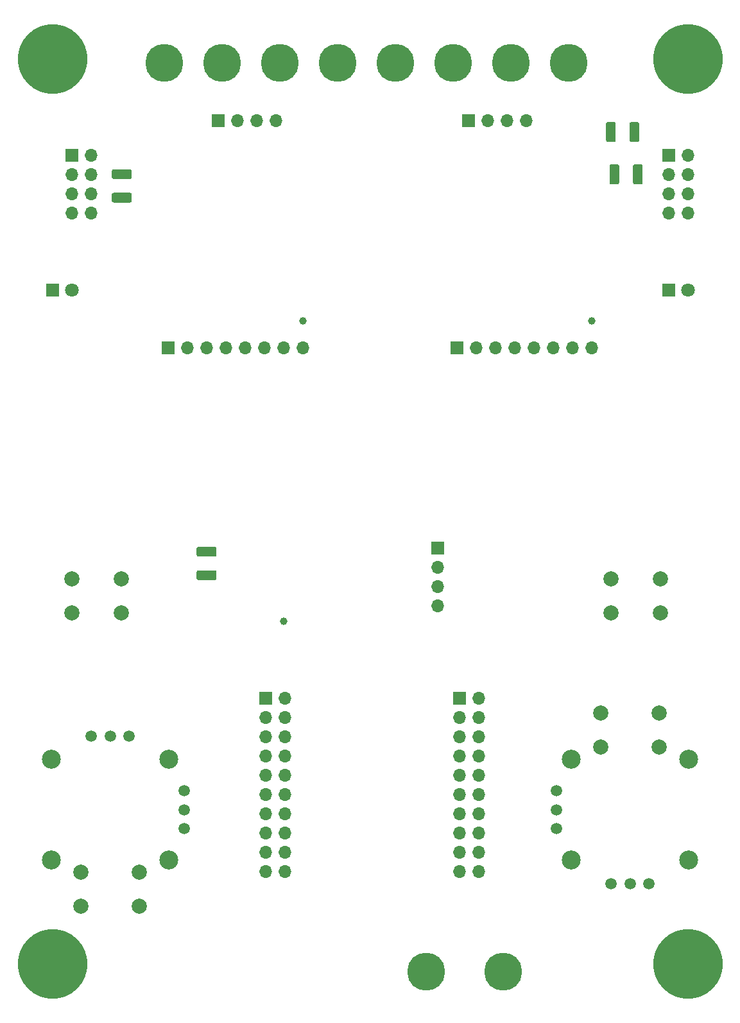
<source format=gbr>
%TF.GenerationSoftware,KiCad,Pcbnew,5.1.10*%
%TF.CreationDate,2021-06-28T20:45:46+02:00*%
%TF.ProjectId,lni-badge,6c6e692d-6261-4646-9765-2e6b69636164,rev?*%
%TF.SameCoordinates,Original*%
%TF.FileFunction,Soldermask,Top*%
%TF.FilePolarity,Negative*%
%FSLAX46Y46*%
G04 Gerber Fmt 4.6, Leading zero omitted, Abs format (unit mm)*
G04 Created by KiCad (PCBNEW 5.1.10) date 2021-06-28 20:45:46*
%MOMM*%
%LPD*%
G01*
G04 APERTURE LIST*
%ADD10C,2.500000*%
%ADD11C,1.500000*%
%ADD12C,2.000000*%
%ADD13C,1.000000*%
%ADD14O,1.700000X1.700000*%
%ADD15R,1.700000X1.700000*%
%ADD16C,5.000000*%
%ADD17C,2.900000*%
%ADD18C,9.200000*%
%ADD19C,1.800000*%
%ADD20R,1.800000X1.800000*%
G04 APERTURE END LIST*
D10*
%TO.C,U2*%
X159890000Y-122890000D03*
X175390000Y-122890000D03*
X175390000Y-136190000D03*
X159890000Y-136190000D03*
D11*
X157890000Y-129540000D03*
X157890000Y-127040000D03*
X157890000Y-132040000D03*
X167640000Y-139290000D03*
X165140000Y-139290000D03*
X170140000Y-139290000D03*
D12*
X163790000Y-121290000D03*
X171490000Y-121290000D03*
X171490000Y-116790000D03*
X163790000Y-116790000D03*
%TD*%
D10*
%TO.C,U1*%
X106810000Y-136190000D03*
X91310000Y-136190000D03*
X91310000Y-122890000D03*
X106810000Y-122890000D03*
D11*
X108810000Y-129540000D03*
X108810000Y-132040000D03*
X108810000Y-127040000D03*
X99060000Y-119790000D03*
X101560000Y-119790000D03*
X96560000Y-119790000D03*
D12*
X102910000Y-137790000D03*
X95210000Y-137790000D03*
X95210000Y-142290000D03*
X102910000Y-142290000D03*
%TD*%
D13*
%TO.C,TP3*%
X121920000Y-104648000D03*
%TD*%
%TO.C,TP2*%
X162560000Y-65024000D03*
%TD*%
%TO.C,TP1*%
X124460000Y-65024000D03*
%TD*%
D12*
%TO.C,SW2*%
X171600000Y-99060000D03*
X171600000Y-103560000D03*
X165100000Y-99060000D03*
X165100000Y-103560000D03*
%TD*%
%TO.C,SW1*%
X100480000Y-99060000D03*
X100480000Y-103560000D03*
X93980000Y-99060000D03*
X93980000Y-103560000D03*
%TD*%
%TO.C,R20*%
G36*
G01*
X167550000Y-41207000D02*
X167550000Y-39057000D01*
G75*
G02*
X167800000Y-38807000I250000J0D01*
G01*
X168600000Y-38807000D01*
G75*
G02*
X168850000Y-39057000I0J-250000D01*
G01*
X168850000Y-41207000D01*
G75*
G02*
X168600000Y-41457000I-250000J0D01*
G01*
X167800000Y-41457000D01*
G75*
G02*
X167550000Y-41207000I0J250000D01*
G01*
G37*
G36*
G01*
X164450000Y-41207000D02*
X164450000Y-39057000D01*
G75*
G02*
X164700000Y-38807000I250000J0D01*
G01*
X165500000Y-38807000D01*
G75*
G02*
X165750000Y-39057000I0J-250000D01*
G01*
X165750000Y-41207000D01*
G75*
G02*
X165500000Y-41457000I-250000J0D01*
G01*
X164700000Y-41457000D01*
G75*
G02*
X164450000Y-41207000I0J250000D01*
G01*
G37*
%TD*%
%TO.C,R15*%
G36*
G01*
X101659000Y-46344000D02*
X99509000Y-46344000D01*
G75*
G02*
X99259000Y-46094000I0J250000D01*
G01*
X99259000Y-45294000D01*
G75*
G02*
X99509000Y-45044000I250000J0D01*
G01*
X101659000Y-45044000D01*
G75*
G02*
X101909000Y-45294000I0J-250000D01*
G01*
X101909000Y-46094000D01*
G75*
G02*
X101659000Y-46344000I-250000J0D01*
G01*
G37*
G36*
G01*
X101659000Y-49444000D02*
X99509000Y-49444000D01*
G75*
G02*
X99259000Y-49194000I0J250000D01*
G01*
X99259000Y-48394000D01*
G75*
G02*
X99509000Y-48144000I250000J0D01*
G01*
X101659000Y-48144000D01*
G75*
G02*
X101909000Y-48394000I0J-250000D01*
G01*
X101909000Y-49194000D01*
G75*
G02*
X101659000Y-49444000I-250000J0D01*
G01*
G37*
%TD*%
%TO.C,R12*%
G36*
G01*
X166206000Y-44645000D02*
X166206000Y-46795000D01*
G75*
G02*
X165956000Y-47045000I-250000J0D01*
G01*
X165156000Y-47045000D01*
G75*
G02*
X164906000Y-46795000I0J250000D01*
G01*
X164906000Y-44645000D01*
G75*
G02*
X165156000Y-44395000I250000J0D01*
G01*
X165956000Y-44395000D01*
G75*
G02*
X166206000Y-44645000I0J-250000D01*
G01*
G37*
G36*
G01*
X169306000Y-44645000D02*
X169306000Y-46795000D01*
G75*
G02*
X169056000Y-47045000I-250000J0D01*
G01*
X168256000Y-47045000D01*
G75*
G02*
X168006000Y-46795000I0J250000D01*
G01*
X168006000Y-44645000D01*
G75*
G02*
X168256000Y-44395000I250000J0D01*
G01*
X169056000Y-44395000D01*
G75*
G02*
X169306000Y-44645000I0J-250000D01*
G01*
G37*
%TD*%
%TO.C,R6*%
G36*
G01*
X110685000Y-97954000D02*
X112835000Y-97954000D01*
G75*
G02*
X113085000Y-98204000I0J-250000D01*
G01*
X113085000Y-99004000D01*
G75*
G02*
X112835000Y-99254000I-250000J0D01*
G01*
X110685000Y-99254000D01*
G75*
G02*
X110435000Y-99004000I0J250000D01*
G01*
X110435000Y-98204000D01*
G75*
G02*
X110685000Y-97954000I250000J0D01*
G01*
G37*
G36*
G01*
X110685000Y-94854000D02*
X112835000Y-94854000D01*
G75*
G02*
X113085000Y-95104000I0J-250000D01*
G01*
X113085000Y-95904000D01*
G75*
G02*
X112835000Y-96154000I-250000J0D01*
G01*
X110685000Y-96154000D01*
G75*
G02*
X110435000Y-95904000I0J250000D01*
G01*
X110435000Y-95104000D01*
G75*
G02*
X110685000Y-94854000I250000J0D01*
G01*
G37*
%TD*%
D14*
%TO.C,J9*%
X147650200Y-137693400D03*
X145110200Y-137693400D03*
X147650200Y-135153400D03*
X145110200Y-135153400D03*
X147650200Y-132613400D03*
X145110200Y-132613400D03*
X147650200Y-130073400D03*
X145110200Y-130073400D03*
X147650200Y-127533400D03*
X145110200Y-127533400D03*
X147650200Y-124993400D03*
X145110200Y-124993400D03*
X147650200Y-122453400D03*
X145110200Y-122453400D03*
X147650200Y-119913400D03*
X145110200Y-119913400D03*
X147650200Y-117373400D03*
X145110200Y-117373400D03*
X147650200Y-114833400D03*
D15*
X145110200Y-114833400D03*
%TD*%
D14*
%TO.C,J8*%
X175260000Y-50800000D03*
X172720000Y-50800000D03*
X175260000Y-48260000D03*
X172720000Y-48260000D03*
X175260000Y-45720000D03*
X172720000Y-45720000D03*
X175260000Y-43180000D03*
D15*
X172720000Y-43180000D03*
%TD*%
D14*
%TO.C,J7*%
X96520000Y-50800000D03*
X93980000Y-50800000D03*
X96520000Y-48260000D03*
X93980000Y-48260000D03*
X96520000Y-45720000D03*
X93980000Y-45720000D03*
X96520000Y-43180000D03*
D15*
X93980000Y-43180000D03*
%TD*%
D14*
%TO.C,J6*%
X162560000Y-68580000D03*
X160020000Y-68580000D03*
X157480000Y-68580000D03*
X154940000Y-68580000D03*
X152400000Y-68580000D03*
X149860000Y-68580000D03*
X147320000Y-68580000D03*
D15*
X144780000Y-68580000D03*
%TD*%
D14*
%TO.C,J5*%
X153924000Y-38608000D03*
X151384000Y-38608000D03*
X148844000Y-38608000D03*
D15*
X146304000Y-38608000D03*
%TD*%
D14*
%TO.C,J4*%
X122123200Y-137668000D03*
X119583200Y-137668000D03*
X122123200Y-135128000D03*
X119583200Y-135128000D03*
X122123200Y-132588000D03*
X119583200Y-132588000D03*
X122123200Y-130048000D03*
X119583200Y-130048000D03*
X122123200Y-127508000D03*
X119583200Y-127508000D03*
X122123200Y-124968000D03*
X119583200Y-124968000D03*
X122123200Y-122428000D03*
X119583200Y-122428000D03*
X122123200Y-119888000D03*
X119583200Y-119888000D03*
X122123200Y-117348000D03*
X119583200Y-117348000D03*
X122123200Y-114808000D03*
D15*
X119583200Y-114808000D03*
%TD*%
D14*
%TO.C,J3*%
X120904000Y-38608000D03*
X118364000Y-38608000D03*
X115824000Y-38608000D03*
D15*
X113284000Y-38608000D03*
%TD*%
D14*
%TO.C,J2*%
X124460000Y-68580000D03*
X121920000Y-68580000D03*
X119380000Y-68580000D03*
X116840000Y-68580000D03*
X114300000Y-68580000D03*
X111760000Y-68580000D03*
X109220000Y-68580000D03*
D15*
X106680000Y-68580000D03*
%TD*%
D14*
%TO.C,J1*%
X142240000Y-102616000D03*
X142240000Y-100076000D03*
X142240000Y-97536000D03*
D15*
X142240000Y-94996000D03*
%TD*%
D16*
%TO.C,H14*%
X150876000Y-150876000D03*
D17*
X150876000Y-150876000D03*
%TD*%
D16*
%TO.C,H13*%
X140716000Y-150876000D03*
D17*
X140716000Y-150876000D03*
%TD*%
D16*
%TO.C,H12*%
X159512000Y-30988000D03*
D17*
X159512000Y-30988000D03*
%TD*%
D16*
%TO.C,H11*%
X151892000Y-30988000D03*
D17*
X151892000Y-30988000D03*
%TD*%
D16*
%TO.C,H10*%
X144272000Y-30988000D03*
D17*
X144272000Y-30988000D03*
%TD*%
D16*
%TO.C,H9*%
X136652000Y-30988000D03*
D17*
X136652000Y-30988000D03*
%TD*%
D16*
%TO.C,H8*%
X129032000Y-30988000D03*
D17*
X129032000Y-30988000D03*
%TD*%
D16*
%TO.C,H7*%
X121412000Y-30988000D03*
D17*
X121412000Y-30988000D03*
%TD*%
D16*
%TO.C,H6*%
X113792000Y-30988000D03*
D17*
X113792000Y-30988000D03*
%TD*%
D16*
%TO.C,H5*%
X106172000Y-30988000D03*
D17*
X106172000Y-30988000D03*
%TD*%
D18*
%TO.C,H4*%
X175260000Y-149860000D03*
%TD*%
%TO.C,H3*%
X91440000Y-149860000D03*
%TD*%
%TO.C,H2*%
X175260000Y-30480000D03*
%TD*%
%TO.C,H1*%
X91440000Y-30480000D03*
%TD*%
D19*
%TO.C,D2*%
X175260000Y-60960000D03*
D20*
X172720000Y-60960000D03*
%TD*%
D19*
%TO.C,D1*%
X93980000Y-60960000D03*
D20*
X91440000Y-60960000D03*
%TD*%
M02*

</source>
